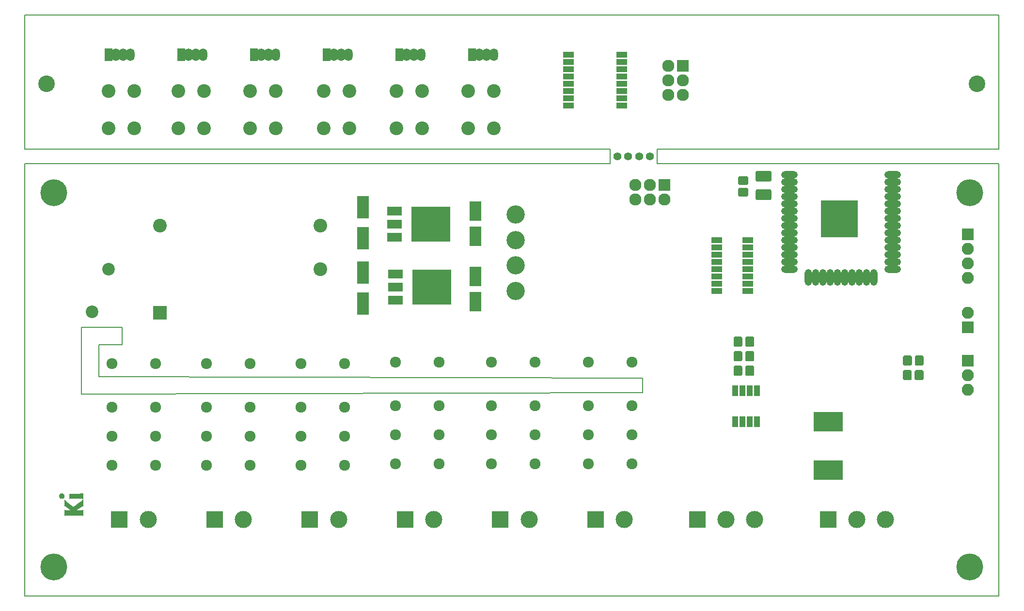
<source format=gbr>
%TF.GenerationSoftware,KiCad,Pcbnew,(5.0.0)*%
%TF.CreationDate,2018-09-13T00:45:38+01:00*%
%TF.ProjectId,AquaHub,417175614875622E6B696361645F7063,rev?*%
%TF.SameCoordinates,Original*%
%TF.FileFunction,Soldermask,Top*%
%TF.FilePolarity,Negative*%
%FSLAX46Y46*%
G04 Gerber Fmt 4.6, Leading zero omitted, Abs format (unit mm)*
G04 Created by KiCad (PCBNEW (5.0.0)) date 09/13/18 00:45:38*
%MOMM*%
%LPD*%
G01*
G04 APERTURE LIST*
%ADD10C,0.200000*%
%ADD11C,0.010000*%
%ADD12O,1.470000X2.200000*%
%ADD13R,1.470000X2.200000*%
%ADD14O,2.127200X2.127200*%
%ADD15R,2.127200X2.127200*%
%ADD16R,2.000000X3.400000*%
%ADD17C,0.150000*%
%ADD18C,1.900000*%
%ADD19C,2.200000*%
%ADD20R,2.600000X1.600000*%
%ADD21R,6.800000X6.200000*%
%ADD22R,1.900000X1.000000*%
%ADD23C,1.550000*%
%ADD24C,2.400000*%
%ADD25R,2.400000X2.400000*%
%ADD26O,2.100000X2.100000*%
%ADD27R,2.100000X2.100000*%
%ADD28C,1.924000*%
%ADD29R,1.000000X1.950000*%
%ADD30C,4.700000*%
%ADD31C,2.900000*%
%ADD32C,1.400000*%
%ADD33R,2.000000X3.900000*%
%ADD34C,3.000000*%
%ADD35R,3.000000X3.000000*%
%ADD36O,2.900000X1.300000*%
%ADD37O,1.300000X2.900000*%
%ADD38R,6.400000X6.400000*%
%ADD39C,3.200000*%
%ADD40R,5.150000X3.400000*%
G04 APERTURE END LIST*
D10*
X55118000Y-106680000D02*
X48006000Y-106680000D01*
X55118000Y-109728000D02*
X55118000Y-106680000D01*
X51054000Y-109728000D02*
X55118000Y-109728000D01*
X146050000Y-115570000D02*
X146050000Y-118110000D01*
X140335000Y-78105000D02*
X140335000Y-75565000D01*
X148590000Y-75565000D02*
X148590000Y-78105000D01*
X148590000Y-78105000D02*
X208280000Y-78105000D01*
X208280000Y-75565000D02*
X148590000Y-75565000D01*
X208280000Y-52070000D02*
X208280000Y-75565000D01*
X38100000Y-52070000D02*
X208280000Y-52070000D01*
X38100000Y-75565000D02*
X38100000Y-52070000D01*
X140335000Y-75565000D02*
X38100000Y-75565000D01*
X48006000Y-118364000D02*
X48006000Y-106680000D01*
X146050000Y-118110000D02*
X48006000Y-118364000D01*
X51054000Y-115316000D02*
X146050000Y-115570000D01*
X51054000Y-109728000D02*
X51054000Y-115316000D01*
X38100000Y-153670000D02*
X208280000Y-153670000D01*
X38100000Y-78105000D02*
X38100000Y-153670000D01*
X140335000Y-78105000D02*
X38100000Y-78105000D01*
X208280000Y-78105000D02*
X208280000Y-153670000D01*
D11*
G36*
X44080960Y-136029059D02*
X44147395Y-135911455D01*
X44250045Y-135817977D01*
X44336124Y-135774188D01*
X44474614Y-135743578D01*
X44612591Y-135752679D01*
X44734084Y-135800027D01*
X44752850Y-135812412D01*
X44840408Y-135902851D01*
X44900553Y-136021729D01*
X44930418Y-136154667D01*
X44927134Y-136287287D01*
X44887832Y-136405210D01*
X44875244Y-136425994D01*
X44796394Y-136508263D01*
X44687770Y-136576086D01*
X44570295Y-136618253D01*
X44500799Y-136626600D01*
X44391575Y-136607326D01*
X44277110Y-136556810D01*
X44178158Y-136486018D01*
X44129295Y-136430358D01*
X44068876Y-136298139D01*
X44053776Y-136161163D01*
X44080960Y-136029059D01*
X44080960Y-136029059D01*
G37*
X44080960Y-136029059D02*
X44147395Y-135911455D01*
X44250045Y-135817977D01*
X44336124Y-135774188D01*
X44474614Y-135743578D01*
X44612591Y-135752679D01*
X44734084Y-135800027D01*
X44752850Y-135812412D01*
X44840408Y-135902851D01*
X44900553Y-136021729D01*
X44930418Y-136154667D01*
X44927134Y-136287287D01*
X44887832Y-136405210D01*
X44875244Y-136425994D01*
X44796394Y-136508263D01*
X44687770Y-136576086D01*
X44570295Y-136618253D01*
X44500799Y-136626600D01*
X44391575Y-136607326D01*
X44277110Y-136556810D01*
X44178158Y-136486018D01*
X44129295Y-136430358D01*
X44068876Y-136298139D01*
X44053776Y-136161163D01*
X44080960Y-136029059D01*
G36*
X46947045Y-135788400D02*
X47218528Y-135788179D01*
X47443618Y-135787417D01*
X47626721Y-135785974D01*
X47772240Y-135783706D01*
X47884583Y-135780469D01*
X47968155Y-135776122D01*
X48027359Y-135770520D01*
X48066603Y-135763522D01*
X48090292Y-135754984D01*
X48096395Y-135751108D01*
X48133943Y-135724822D01*
X48162085Y-135714109D01*
X48182174Y-135724290D01*
X48195563Y-135760688D01*
X48203605Y-135828624D01*
X48207653Y-135933422D01*
X48209060Y-136080402D01*
X48209200Y-136194800D01*
X48208515Y-136345082D01*
X48206608Y-136476273D01*
X48203702Y-136580573D01*
X48200017Y-136650181D01*
X48195776Y-136677295D01*
X48195488Y-136677400D01*
X48166454Y-136666845D01*
X48109509Y-136640274D01*
X48082200Y-136626600D01*
X48054760Y-136613734D01*
X48024394Y-136603241D01*
X47985920Y-136594880D01*
X47934155Y-136588409D01*
X47863918Y-136583589D01*
X47770027Y-136580178D01*
X47647301Y-136577935D01*
X47490559Y-136576619D01*
X47294617Y-136575990D01*
X47054296Y-136575805D01*
X46989750Y-136575800D01*
X46732269Y-136576053D01*
X46520749Y-136576929D01*
X46350351Y-136578604D01*
X46216238Y-136581252D01*
X46113571Y-136585050D01*
X46037513Y-136590173D01*
X45983226Y-136596797D01*
X45945872Y-136605097D01*
X45921938Y-136614553D01*
X45847000Y-136653305D01*
X45847000Y-135788400D01*
X46947045Y-135788400D01*
X46947045Y-135788400D01*
G37*
X46947045Y-135788400D02*
X47218528Y-135788179D01*
X47443618Y-135787417D01*
X47626721Y-135785974D01*
X47772240Y-135783706D01*
X47884583Y-135780469D01*
X47968155Y-135776122D01*
X48027359Y-135770520D01*
X48066603Y-135763522D01*
X48090292Y-135754984D01*
X48096395Y-135751108D01*
X48133943Y-135724822D01*
X48162085Y-135714109D01*
X48182174Y-135724290D01*
X48195563Y-135760688D01*
X48203605Y-135828624D01*
X48207653Y-135933422D01*
X48209060Y-136080402D01*
X48209200Y-136194800D01*
X48208515Y-136345082D01*
X48206608Y-136476273D01*
X48203702Y-136580573D01*
X48200017Y-136650181D01*
X48195776Y-136677295D01*
X48195488Y-136677400D01*
X48166454Y-136666845D01*
X48109509Y-136640274D01*
X48082200Y-136626600D01*
X48054760Y-136613734D01*
X48024394Y-136603241D01*
X47985920Y-136594880D01*
X47934155Y-136588409D01*
X47863918Y-136583589D01*
X47770027Y-136580178D01*
X47647301Y-136577935D01*
X47490559Y-136576619D01*
X47294617Y-136575990D01*
X47054296Y-136575805D01*
X46989750Y-136575800D01*
X46732269Y-136576053D01*
X46520749Y-136576929D01*
X46350351Y-136578604D01*
X46216238Y-136581252D01*
X46113571Y-136585050D01*
X46037513Y-136590173D01*
X45983226Y-136596797D01*
X45945872Y-136605097D01*
X45921938Y-136614553D01*
X45847000Y-136653305D01*
X45847000Y-135788400D01*
X46947045Y-135788400D01*
G36*
X44983400Y-137371253D02*
X44983400Y-136825941D01*
X45184787Y-137024721D01*
X45547691Y-137354429D01*
X45821815Y-137568849D01*
X45925400Y-137647297D01*
X46045529Y-137741856D01*
X46169202Y-137841950D01*
X46283419Y-137937002D01*
X46375181Y-138016434D01*
X46402760Y-138041532D01*
X46490212Y-138122964D01*
X46581356Y-138053006D01*
X46770604Y-137917564D01*
X46910050Y-137830022D01*
X46992286Y-137775152D01*
X47071612Y-137713876D01*
X47077607Y-137708727D01*
X47160581Y-137639778D01*
X47263137Y-137559253D01*
X47373288Y-137476058D01*
X47479047Y-137399098D01*
X47568425Y-137337281D01*
X47625547Y-137301624D01*
X47678596Y-137266543D01*
X47757062Y-137208014D01*
X47848252Y-137136180D01*
X47939472Y-137061185D01*
X48018032Y-136993172D01*
X48057020Y-136956800D01*
X48083081Y-136932911D01*
X48130406Y-136890637D01*
X48139570Y-136882523D01*
X48209200Y-136820945D01*
X48209200Y-137947400D01*
X48130923Y-137947400D01*
X48054395Y-137964163D01*
X47949149Y-138011393D01*
X47823239Y-138084507D01*
X47684716Y-138178919D01*
X47570533Y-138266458D01*
X47478313Y-138337732D01*
X47387269Y-138403053D01*
X47314535Y-138450223D01*
X47303833Y-138456329D01*
X47237434Y-138496371D01*
X47189284Y-138531658D01*
X47180500Y-138540301D01*
X47141816Y-138574862D01*
X47085250Y-138615085D01*
X47037093Y-138652774D01*
X47015487Y-138683285D01*
X47015400Y-138684586D01*
X47040091Y-138693462D01*
X47111381Y-138700582D01*
X47225092Y-138705736D01*
X47377044Y-138708717D01*
X47511961Y-138709400D01*
X47691263Y-138708716D01*
X47827270Y-138706305D01*
X47927475Y-138701625D01*
X47999369Y-138694137D01*
X48050443Y-138683302D01*
X48088188Y-138668579D01*
X48089811Y-138667756D01*
X48149491Y-138632283D01*
X48187618Y-138600777D01*
X48189761Y-138597906D01*
X48195323Y-138613403D01*
X48200262Y-138672753D01*
X48204312Y-138769014D01*
X48207207Y-138895241D01*
X48208682Y-139044489D01*
X48208811Y-139096206D01*
X48209200Y-139622711D01*
X48139350Y-139593032D01*
X48080758Y-139564859D01*
X48045370Y-139542776D01*
X48016142Y-139538943D01*
X47940781Y-139535343D01*
X47823951Y-139532041D01*
X47670317Y-139529104D01*
X47484546Y-139526601D01*
X47271302Y-139524596D01*
X47035251Y-139523158D01*
X46781059Y-139522353D01*
X46609290Y-139522201D01*
X46305311Y-139522259D01*
X46047912Y-139522530D01*
X45832874Y-139523154D01*
X45655978Y-139524274D01*
X45513004Y-139526031D01*
X45399733Y-139528567D01*
X45311945Y-139532024D01*
X45245421Y-139536543D01*
X45195941Y-139542267D01*
X45159286Y-139549338D01*
X45131237Y-139557896D01*
X45107574Y-139568084D01*
X45097699Y-139573001D01*
X45035869Y-139603756D01*
X44996660Y-139621810D01*
X44990729Y-139623801D01*
X44988507Y-139599665D01*
X44986556Y-139532312D01*
X44984984Y-139429328D01*
X44983901Y-139298294D01*
X44983415Y-139146795D01*
X44983400Y-139113083D01*
X44983664Y-138939940D01*
X44984831Y-138811371D01*
X44987464Y-138721154D01*
X44992123Y-138663063D01*
X44999372Y-138630876D01*
X45009772Y-138618368D01*
X45023885Y-138619314D01*
X45027850Y-138620836D01*
X45116673Y-138654195D01*
X45205181Y-138678261D01*
X45304141Y-138694420D01*
X45424321Y-138704058D01*
X45576488Y-138708560D01*
X45716088Y-138709400D01*
X46135904Y-138709401D01*
X46062900Y-138633201D01*
X46012557Y-138585587D01*
X45975278Y-138559006D01*
X45968483Y-138557000D01*
X45942550Y-138541863D01*
X45889128Y-138502372D01*
X45819145Y-138447412D01*
X45743529Y-138385868D01*
X45673209Y-138326623D01*
X45619114Y-138278561D01*
X45593000Y-138251761D01*
X45565734Y-138229439D01*
X45509630Y-138191064D01*
X45466000Y-138163198D01*
X45378298Y-138104995D01*
X45291698Y-138042049D01*
X45263362Y-138019701D01*
X45196736Y-137974987D01*
X45135643Y-137949592D01*
X45119390Y-137947400D01*
X45075677Y-137946878D01*
X45042502Y-137941209D01*
X45018412Y-137924238D01*
X45001955Y-137889811D01*
X44991677Y-137831774D01*
X44986127Y-137743972D01*
X44983851Y-137620250D01*
X44983396Y-137454455D01*
X44983400Y-137371253D01*
X44983400Y-137371253D01*
G37*
X44983400Y-137371253D02*
X44983400Y-136825941D01*
X45184787Y-137024721D01*
X45547691Y-137354429D01*
X45821815Y-137568849D01*
X45925400Y-137647297D01*
X46045529Y-137741856D01*
X46169202Y-137841950D01*
X46283419Y-137937002D01*
X46375181Y-138016434D01*
X46402760Y-138041532D01*
X46490212Y-138122964D01*
X46581356Y-138053006D01*
X46770604Y-137917564D01*
X46910050Y-137830022D01*
X46992286Y-137775152D01*
X47071612Y-137713876D01*
X47077607Y-137708727D01*
X47160581Y-137639778D01*
X47263137Y-137559253D01*
X47373288Y-137476058D01*
X47479047Y-137399098D01*
X47568425Y-137337281D01*
X47625547Y-137301624D01*
X47678596Y-137266543D01*
X47757062Y-137208014D01*
X47848252Y-137136180D01*
X47939472Y-137061185D01*
X48018032Y-136993172D01*
X48057020Y-136956800D01*
X48083081Y-136932911D01*
X48130406Y-136890637D01*
X48139570Y-136882523D01*
X48209200Y-136820945D01*
X48209200Y-137947400D01*
X48130923Y-137947400D01*
X48054395Y-137964163D01*
X47949149Y-138011393D01*
X47823239Y-138084507D01*
X47684716Y-138178919D01*
X47570533Y-138266458D01*
X47478313Y-138337732D01*
X47387269Y-138403053D01*
X47314535Y-138450223D01*
X47303833Y-138456329D01*
X47237434Y-138496371D01*
X47189284Y-138531658D01*
X47180500Y-138540301D01*
X47141816Y-138574862D01*
X47085250Y-138615085D01*
X47037093Y-138652774D01*
X47015487Y-138683285D01*
X47015400Y-138684586D01*
X47040091Y-138693462D01*
X47111381Y-138700582D01*
X47225092Y-138705736D01*
X47377044Y-138708717D01*
X47511961Y-138709400D01*
X47691263Y-138708716D01*
X47827270Y-138706305D01*
X47927475Y-138701625D01*
X47999369Y-138694137D01*
X48050443Y-138683302D01*
X48088188Y-138668579D01*
X48089811Y-138667756D01*
X48149491Y-138632283D01*
X48187618Y-138600777D01*
X48189761Y-138597906D01*
X48195323Y-138613403D01*
X48200262Y-138672753D01*
X48204312Y-138769014D01*
X48207207Y-138895241D01*
X48208682Y-139044489D01*
X48208811Y-139096206D01*
X48209200Y-139622711D01*
X48139350Y-139593032D01*
X48080758Y-139564859D01*
X48045370Y-139542776D01*
X48016142Y-139538943D01*
X47940781Y-139535343D01*
X47823951Y-139532041D01*
X47670317Y-139529104D01*
X47484546Y-139526601D01*
X47271302Y-139524596D01*
X47035251Y-139523158D01*
X46781059Y-139522353D01*
X46609290Y-139522201D01*
X46305311Y-139522259D01*
X46047912Y-139522530D01*
X45832874Y-139523154D01*
X45655978Y-139524274D01*
X45513004Y-139526031D01*
X45399733Y-139528567D01*
X45311945Y-139532024D01*
X45245421Y-139536543D01*
X45195941Y-139542267D01*
X45159286Y-139549338D01*
X45131237Y-139557896D01*
X45107574Y-139568084D01*
X45097699Y-139573001D01*
X45035869Y-139603756D01*
X44996660Y-139621810D01*
X44990729Y-139623801D01*
X44988507Y-139599665D01*
X44986556Y-139532312D01*
X44984984Y-139429328D01*
X44983901Y-139298294D01*
X44983415Y-139146795D01*
X44983400Y-139113083D01*
X44983664Y-138939940D01*
X44984831Y-138811371D01*
X44987464Y-138721154D01*
X44992123Y-138663063D01*
X44999372Y-138630876D01*
X45009772Y-138618368D01*
X45023885Y-138619314D01*
X45027850Y-138620836D01*
X45116673Y-138654195D01*
X45205181Y-138678261D01*
X45304141Y-138694420D01*
X45424321Y-138704058D01*
X45576488Y-138708560D01*
X45716088Y-138709400D01*
X46135904Y-138709401D01*
X46062900Y-138633201D01*
X46012557Y-138585587D01*
X45975278Y-138559006D01*
X45968483Y-138557000D01*
X45942550Y-138541863D01*
X45889128Y-138502372D01*
X45819145Y-138447412D01*
X45743529Y-138385868D01*
X45673209Y-138326623D01*
X45619114Y-138278561D01*
X45593000Y-138251761D01*
X45565734Y-138229439D01*
X45509630Y-138191064D01*
X45466000Y-138163198D01*
X45378298Y-138104995D01*
X45291698Y-138042049D01*
X45263362Y-138019701D01*
X45196736Y-137974987D01*
X45135643Y-137949592D01*
X45119390Y-137947400D01*
X45075677Y-137946878D01*
X45042502Y-137941209D01*
X45018412Y-137924238D01*
X45001955Y-137889811D01*
X44991677Y-137831774D01*
X44986127Y-137743972D01*
X44983851Y-137620250D01*
X44983396Y-137454455D01*
X44983400Y-137371253D01*
D12*
X120015000Y-59055000D03*
X118745000Y-59055000D03*
X117475000Y-59055000D03*
D13*
X116205000Y-59055000D03*
D14*
X144780000Y-84328000D03*
X144780000Y-81788000D03*
X147320000Y-84328000D03*
X147320000Y-81788000D03*
X149860000Y-84328000D03*
D15*
X149860000Y-81788000D03*
D16*
X116840000Y-86405000D03*
X116840000Y-90805000D03*
D17*
G36*
X168221372Y-79315525D02*
X168252112Y-79320085D01*
X168282257Y-79327636D01*
X168311516Y-79338105D01*
X168339609Y-79351392D01*
X168366264Y-79367368D01*
X168391224Y-79385880D01*
X168414250Y-79406750D01*
X168435120Y-79429776D01*
X168453632Y-79454736D01*
X168469608Y-79481391D01*
X168482895Y-79509484D01*
X168493364Y-79538743D01*
X168500915Y-79568888D01*
X168505475Y-79599628D01*
X168507000Y-79630667D01*
X168507000Y-80897333D01*
X168505475Y-80928372D01*
X168500915Y-80959112D01*
X168493364Y-80989257D01*
X168482895Y-81018516D01*
X168469608Y-81046609D01*
X168453632Y-81073264D01*
X168435120Y-81098224D01*
X168414250Y-81121250D01*
X168391224Y-81142120D01*
X168366264Y-81160632D01*
X168339609Y-81176608D01*
X168311516Y-81189895D01*
X168282257Y-81200364D01*
X168252112Y-81207915D01*
X168221372Y-81212475D01*
X168190333Y-81214000D01*
X166073667Y-81214000D01*
X166042628Y-81212475D01*
X166011888Y-81207915D01*
X165981743Y-81200364D01*
X165952484Y-81189895D01*
X165924391Y-81176608D01*
X165897736Y-81160632D01*
X165872776Y-81142120D01*
X165849750Y-81121250D01*
X165828880Y-81098224D01*
X165810368Y-81073264D01*
X165794392Y-81046609D01*
X165781105Y-81018516D01*
X165770636Y-80989257D01*
X165763085Y-80959112D01*
X165758525Y-80928372D01*
X165757000Y-80897333D01*
X165757000Y-79630667D01*
X165758525Y-79599628D01*
X165763085Y-79568888D01*
X165770636Y-79538743D01*
X165781105Y-79509484D01*
X165794392Y-79481391D01*
X165810368Y-79454736D01*
X165828880Y-79429776D01*
X165849750Y-79406750D01*
X165872776Y-79385880D01*
X165897736Y-79367368D01*
X165924391Y-79351392D01*
X165952484Y-79338105D01*
X165981743Y-79327636D01*
X166011888Y-79320085D01*
X166042628Y-79315525D01*
X166073667Y-79314000D01*
X168190333Y-79314000D01*
X168221372Y-79315525D01*
X168221372Y-79315525D01*
G37*
D18*
X167132000Y-80264000D03*
D17*
G36*
X168221372Y-82565525D02*
X168252112Y-82570085D01*
X168282257Y-82577636D01*
X168311516Y-82588105D01*
X168339609Y-82601392D01*
X168366264Y-82617368D01*
X168391224Y-82635880D01*
X168414250Y-82656750D01*
X168435120Y-82679776D01*
X168453632Y-82704736D01*
X168469608Y-82731391D01*
X168482895Y-82759484D01*
X168493364Y-82788743D01*
X168500915Y-82818888D01*
X168505475Y-82849628D01*
X168507000Y-82880667D01*
X168507000Y-84147333D01*
X168505475Y-84178372D01*
X168500915Y-84209112D01*
X168493364Y-84239257D01*
X168482895Y-84268516D01*
X168469608Y-84296609D01*
X168453632Y-84323264D01*
X168435120Y-84348224D01*
X168414250Y-84371250D01*
X168391224Y-84392120D01*
X168366264Y-84410632D01*
X168339609Y-84426608D01*
X168311516Y-84439895D01*
X168282257Y-84450364D01*
X168252112Y-84457915D01*
X168221372Y-84462475D01*
X168190333Y-84464000D01*
X166073667Y-84464000D01*
X166042628Y-84462475D01*
X166011888Y-84457915D01*
X165981743Y-84450364D01*
X165952484Y-84439895D01*
X165924391Y-84426608D01*
X165897736Y-84410632D01*
X165872776Y-84392120D01*
X165849750Y-84371250D01*
X165828880Y-84348224D01*
X165810368Y-84323264D01*
X165794392Y-84296609D01*
X165781105Y-84268516D01*
X165770636Y-84239257D01*
X165763085Y-84209112D01*
X165758525Y-84178372D01*
X165757000Y-84147333D01*
X165757000Y-82880667D01*
X165758525Y-82849628D01*
X165763085Y-82818888D01*
X165770636Y-82788743D01*
X165781105Y-82759484D01*
X165794392Y-82731391D01*
X165810368Y-82704736D01*
X165828880Y-82679776D01*
X165849750Y-82656750D01*
X165872776Y-82635880D01*
X165897736Y-82617368D01*
X165924391Y-82601392D01*
X165952484Y-82588105D01*
X165981743Y-82577636D01*
X166011888Y-82570085D01*
X166042628Y-82565525D01*
X166073667Y-82564000D01*
X168190333Y-82564000D01*
X168221372Y-82565525D01*
X168221372Y-82565525D01*
G37*
D18*
X167132000Y-83514000D03*
D19*
X49805000Y-104020000D03*
X52705000Y-96520000D03*
D20*
X102870000Y-97415000D03*
X102870000Y-99695000D03*
X102870000Y-101975000D03*
D21*
X109170000Y-99695000D03*
D15*
X153035000Y-60960000D03*
D14*
X150495000Y-60960000D03*
X153035000Y-63500000D03*
X150495000Y-63500000D03*
X153035000Y-66040000D03*
X150495000Y-66040000D03*
D22*
X133067000Y-59055000D03*
X133067000Y-60325000D03*
X133067000Y-61595000D03*
X133067000Y-62865000D03*
X133067000Y-64135000D03*
X133067000Y-65405000D03*
X133067000Y-66675000D03*
X133067000Y-67945000D03*
X142367000Y-67945000D03*
X142367000Y-66675000D03*
X142367000Y-65405000D03*
X142367000Y-64135000D03*
X142367000Y-62865000D03*
X142367000Y-61595000D03*
X142367000Y-60325000D03*
X142367000Y-59055000D03*
D17*
G36*
X192749071Y-111623623D02*
X192781781Y-111628475D01*
X192813857Y-111636509D01*
X192844991Y-111647649D01*
X192874884Y-111661787D01*
X192903247Y-111678787D01*
X192929807Y-111698485D01*
X192954308Y-111720692D01*
X192976515Y-111745193D01*
X192996213Y-111771753D01*
X193013213Y-111800116D01*
X193027351Y-111830009D01*
X193038491Y-111861143D01*
X193046525Y-111893219D01*
X193051377Y-111925929D01*
X193053000Y-111958956D01*
X193053000Y-113085044D01*
X193051377Y-113118071D01*
X193046525Y-113150781D01*
X193038491Y-113182857D01*
X193027351Y-113213991D01*
X193013213Y-113243884D01*
X192996213Y-113272247D01*
X192976515Y-113298807D01*
X192954308Y-113323308D01*
X192929807Y-113345515D01*
X192903247Y-113365213D01*
X192874884Y-113382213D01*
X192844991Y-113396351D01*
X192813857Y-113407491D01*
X192781781Y-113415525D01*
X192749071Y-113420377D01*
X192716044Y-113422000D01*
X191839956Y-113422000D01*
X191806929Y-113420377D01*
X191774219Y-113415525D01*
X191742143Y-113407491D01*
X191711009Y-113396351D01*
X191681116Y-113382213D01*
X191652753Y-113365213D01*
X191626193Y-113345515D01*
X191601692Y-113323308D01*
X191579485Y-113298807D01*
X191559787Y-113272247D01*
X191542787Y-113243884D01*
X191528649Y-113213991D01*
X191517509Y-113182857D01*
X191509475Y-113150781D01*
X191504623Y-113118071D01*
X191503000Y-113085044D01*
X191503000Y-111958956D01*
X191504623Y-111925929D01*
X191509475Y-111893219D01*
X191517509Y-111861143D01*
X191528649Y-111830009D01*
X191542787Y-111800116D01*
X191559787Y-111771753D01*
X191579485Y-111745193D01*
X191601692Y-111720692D01*
X191626193Y-111698485D01*
X191652753Y-111678787D01*
X191681116Y-111661787D01*
X191711009Y-111647649D01*
X191742143Y-111636509D01*
X191774219Y-111628475D01*
X191806929Y-111623623D01*
X191839956Y-111622000D01*
X192716044Y-111622000D01*
X192749071Y-111623623D01*
X192749071Y-111623623D01*
G37*
D23*
X192278000Y-112522000D03*
D17*
G36*
X194799071Y-111623623D02*
X194831781Y-111628475D01*
X194863857Y-111636509D01*
X194894991Y-111647649D01*
X194924884Y-111661787D01*
X194953247Y-111678787D01*
X194979807Y-111698485D01*
X195004308Y-111720692D01*
X195026515Y-111745193D01*
X195046213Y-111771753D01*
X195063213Y-111800116D01*
X195077351Y-111830009D01*
X195088491Y-111861143D01*
X195096525Y-111893219D01*
X195101377Y-111925929D01*
X195103000Y-111958956D01*
X195103000Y-113085044D01*
X195101377Y-113118071D01*
X195096525Y-113150781D01*
X195088491Y-113182857D01*
X195077351Y-113213991D01*
X195063213Y-113243884D01*
X195046213Y-113272247D01*
X195026515Y-113298807D01*
X195004308Y-113323308D01*
X194979807Y-113345515D01*
X194953247Y-113365213D01*
X194924884Y-113382213D01*
X194894991Y-113396351D01*
X194863857Y-113407491D01*
X194831781Y-113415525D01*
X194799071Y-113420377D01*
X194766044Y-113422000D01*
X193889956Y-113422000D01*
X193856929Y-113420377D01*
X193824219Y-113415525D01*
X193792143Y-113407491D01*
X193761009Y-113396351D01*
X193731116Y-113382213D01*
X193702753Y-113365213D01*
X193676193Y-113345515D01*
X193651692Y-113323308D01*
X193629485Y-113298807D01*
X193609787Y-113272247D01*
X193592787Y-113243884D01*
X193578649Y-113213991D01*
X193567509Y-113182857D01*
X193559475Y-113150781D01*
X193554623Y-113118071D01*
X193553000Y-113085044D01*
X193553000Y-111958956D01*
X193554623Y-111925929D01*
X193559475Y-111893219D01*
X193567509Y-111861143D01*
X193578649Y-111830009D01*
X193592787Y-111800116D01*
X193609787Y-111771753D01*
X193629485Y-111745193D01*
X193651692Y-111720692D01*
X193676193Y-111698485D01*
X193702753Y-111678787D01*
X193731116Y-111661787D01*
X193761009Y-111647649D01*
X193792143Y-111636509D01*
X193824219Y-111628475D01*
X193856929Y-111623623D01*
X193889956Y-111622000D01*
X194766044Y-111622000D01*
X194799071Y-111623623D01*
X194799071Y-111623623D01*
G37*
D23*
X194328000Y-112522000D03*
D24*
X115515000Y-65405000D03*
X120015000Y-65405000D03*
X115515000Y-71905000D03*
X120015000Y-71905000D03*
X69365000Y-71905000D03*
X64865000Y-71905000D03*
X69365000Y-65405000D03*
X64865000Y-65405000D03*
X89708344Y-88927320D03*
X89707344Y-96547320D03*
X61720000Y-88927320D03*
D25*
X61720000Y-104140000D03*
D26*
X202819000Y-117602000D03*
X202819000Y-115062000D03*
D27*
X202819000Y-112522000D03*
D28*
X60960000Y-113030000D03*
X60960000Y-120650000D03*
X60960000Y-125730000D03*
X60960000Y-130810000D03*
X53340000Y-130810000D03*
X53340000Y-125730000D03*
X53340000Y-120650000D03*
X53340000Y-113030000D03*
X77470000Y-113030000D03*
X77470000Y-120650000D03*
X77470000Y-125730000D03*
X77470000Y-130810000D03*
X69850000Y-130810000D03*
X69850000Y-125730000D03*
X69850000Y-120650000D03*
X69850000Y-113030000D03*
X93980000Y-113030000D03*
X93980000Y-120650000D03*
X93980000Y-125730000D03*
X93980000Y-130810000D03*
X86360000Y-130810000D03*
X86360000Y-125730000D03*
X86360000Y-120650000D03*
X86360000Y-113030000D03*
X110490000Y-112776000D03*
X110490000Y-120396000D03*
X110490000Y-125476000D03*
X110490000Y-130556000D03*
X102870000Y-130556000D03*
X102870000Y-125476000D03*
X102870000Y-120396000D03*
X102870000Y-112776000D03*
X127254000Y-112776000D03*
X127254000Y-120396000D03*
X127254000Y-125476000D03*
X127254000Y-130556000D03*
X119634000Y-130556000D03*
X119634000Y-125476000D03*
X119634000Y-120396000D03*
X119634000Y-112776000D03*
X144145000Y-112776000D03*
X144145000Y-120396000D03*
X144145000Y-125476000D03*
X144145000Y-130556000D03*
X136525000Y-130556000D03*
X136525000Y-125476000D03*
X136525000Y-120396000D03*
X136525000Y-112776000D03*
D29*
X162187979Y-117809195D03*
X163457979Y-117809195D03*
X164727979Y-117809195D03*
X165997979Y-117809195D03*
X165997979Y-123209195D03*
X164727979Y-123209195D03*
X163457979Y-123209195D03*
X162187979Y-123209195D03*
D30*
X43180000Y-83185000D03*
X43180000Y-148590000D03*
X203200000Y-83185000D03*
X203200000Y-148590000D03*
D22*
X159004000Y-100330000D03*
X159004000Y-99060000D03*
X159004000Y-97790000D03*
X159004000Y-96520000D03*
X159004000Y-95250000D03*
X159004000Y-93980000D03*
X159004000Y-92710000D03*
X159004000Y-91440000D03*
X164404000Y-91440000D03*
X164404000Y-92710000D03*
X164404000Y-93980000D03*
X164404000Y-95250000D03*
X164404000Y-96520000D03*
X164404000Y-97790000D03*
X164404000Y-99060000D03*
X164404000Y-100330000D03*
D26*
X202819000Y-98044000D03*
X202819000Y-95504000D03*
X202819000Y-92964000D03*
D27*
X202819000Y-90424000D03*
D17*
G36*
X164172071Y-80252623D02*
X164204781Y-80257475D01*
X164236857Y-80265509D01*
X164267991Y-80276649D01*
X164297884Y-80290787D01*
X164326247Y-80307787D01*
X164352807Y-80327485D01*
X164377308Y-80349692D01*
X164399515Y-80374193D01*
X164419213Y-80400753D01*
X164436213Y-80429116D01*
X164450351Y-80459009D01*
X164461491Y-80490143D01*
X164469525Y-80522219D01*
X164474377Y-80554929D01*
X164476000Y-80587956D01*
X164476000Y-81464044D01*
X164474377Y-81497071D01*
X164469525Y-81529781D01*
X164461491Y-81561857D01*
X164450351Y-81592991D01*
X164436213Y-81622884D01*
X164419213Y-81651247D01*
X164399515Y-81677807D01*
X164377308Y-81702308D01*
X164352807Y-81724515D01*
X164326247Y-81744213D01*
X164297884Y-81761213D01*
X164267991Y-81775351D01*
X164236857Y-81786491D01*
X164204781Y-81794525D01*
X164172071Y-81799377D01*
X164139044Y-81801000D01*
X163012956Y-81801000D01*
X162979929Y-81799377D01*
X162947219Y-81794525D01*
X162915143Y-81786491D01*
X162884009Y-81775351D01*
X162854116Y-81761213D01*
X162825753Y-81744213D01*
X162799193Y-81724515D01*
X162774692Y-81702308D01*
X162752485Y-81677807D01*
X162732787Y-81651247D01*
X162715787Y-81622884D01*
X162701649Y-81592991D01*
X162690509Y-81561857D01*
X162682475Y-81529781D01*
X162677623Y-81497071D01*
X162676000Y-81464044D01*
X162676000Y-80587956D01*
X162677623Y-80554929D01*
X162682475Y-80522219D01*
X162690509Y-80490143D01*
X162701649Y-80459009D01*
X162715787Y-80429116D01*
X162732787Y-80400753D01*
X162752485Y-80374193D01*
X162774692Y-80349692D01*
X162799193Y-80327485D01*
X162825753Y-80307787D01*
X162854116Y-80290787D01*
X162884009Y-80276649D01*
X162915143Y-80265509D01*
X162947219Y-80257475D01*
X162979929Y-80252623D01*
X163012956Y-80251000D01*
X164139044Y-80251000D01*
X164172071Y-80252623D01*
X164172071Y-80252623D01*
G37*
D23*
X163576000Y-81026000D03*
D17*
G36*
X164172071Y-82302623D02*
X164204781Y-82307475D01*
X164236857Y-82315509D01*
X164267991Y-82326649D01*
X164297884Y-82340787D01*
X164326247Y-82357787D01*
X164352807Y-82377485D01*
X164377308Y-82399692D01*
X164399515Y-82424193D01*
X164419213Y-82450753D01*
X164436213Y-82479116D01*
X164450351Y-82509009D01*
X164461491Y-82540143D01*
X164469525Y-82572219D01*
X164474377Y-82604929D01*
X164476000Y-82637956D01*
X164476000Y-83514044D01*
X164474377Y-83547071D01*
X164469525Y-83579781D01*
X164461491Y-83611857D01*
X164450351Y-83642991D01*
X164436213Y-83672884D01*
X164419213Y-83701247D01*
X164399515Y-83727807D01*
X164377308Y-83752308D01*
X164352807Y-83774515D01*
X164326247Y-83794213D01*
X164297884Y-83811213D01*
X164267991Y-83825351D01*
X164236857Y-83836491D01*
X164204781Y-83844525D01*
X164172071Y-83849377D01*
X164139044Y-83851000D01*
X163012956Y-83851000D01*
X162979929Y-83849377D01*
X162947219Y-83844525D01*
X162915143Y-83836491D01*
X162884009Y-83825351D01*
X162854116Y-83811213D01*
X162825753Y-83794213D01*
X162799193Y-83774515D01*
X162774692Y-83752308D01*
X162752485Y-83727807D01*
X162732787Y-83701247D01*
X162715787Y-83672884D01*
X162701649Y-83642991D01*
X162690509Y-83611857D01*
X162682475Y-83579781D01*
X162677623Y-83547071D01*
X162676000Y-83514044D01*
X162676000Y-82637956D01*
X162677623Y-82604929D01*
X162682475Y-82572219D01*
X162690509Y-82540143D01*
X162701649Y-82509009D01*
X162715787Y-82479116D01*
X162732787Y-82450753D01*
X162752485Y-82424193D01*
X162774692Y-82399692D01*
X162799193Y-82377485D01*
X162825753Y-82357787D01*
X162854116Y-82340787D01*
X162884009Y-82326649D01*
X162915143Y-82315509D01*
X162947219Y-82307475D01*
X162979929Y-82302623D01*
X163012956Y-82301000D01*
X164139044Y-82301000D01*
X164172071Y-82302623D01*
X164172071Y-82302623D01*
G37*
D23*
X163576000Y-83076000D03*
D17*
G36*
X165190071Y-108321623D02*
X165222781Y-108326475D01*
X165254857Y-108334509D01*
X165285991Y-108345649D01*
X165315884Y-108359787D01*
X165344247Y-108376787D01*
X165370807Y-108396485D01*
X165395308Y-108418692D01*
X165417515Y-108443193D01*
X165437213Y-108469753D01*
X165454213Y-108498116D01*
X165468351Y-108528009D01*
X165479491Y-108559143D01*
X165487525Y-108591219D01*
X165492377Y-108623929D01*
X165494000Y-108656956D01*
X165494000Y-109783044D01*
X165492377Y-109816071D01*
X165487525Y-109848781D01*
X165479491Y-109880857D01*
X165468351Y-109911991D01*
X165454213Y-109941884D01*
X165437213Y-109970247D01*
X165417515Y-109996807D01*
X165395308Y-110021308D01*
X165370807Y-110043515D01*
X165344247Y-110063213D01*
X165315884Y-110080213D01*
X165285991Y-110094351D01*
X165254857Y-110105491D01*
X165222781Y-110113525D01*
X165190071Y-110118377D01*
X165157044Y-110120000D01*
X164280956Y-110120000D01*
X164247929Y-110118377D01*
X164215219Y-110113525D01*
X164183143Y-110105491D01*
X164152009Y-110094351D01*
X164122116Y-110080213D01*
X164093753Y-110063213D01*
X164067193Y-110043515D01*
X164042692Y-110021308D01*
X164020485Y-109996807D01*
X164000787Y-109970247D01*
X163983787Y-109941884D01*
X163969649Y-109911991D01*
X163958509Y-109880857D01*
X163950475Y-109848781D01*
X163945623Y-109816071D01*
X163944000Y-109783044D01*
X163944000Y-108656956D01*
X163945623Y-108623929D01*
X163950475Y-108591219D01*
X163958509Y-108559143D01*
X163969649Y-108528009D01*
X163983787Y-108498116D01*
X164000787Y-108469753D01*
X164020485Y-108443193D01*
X164042692Y-108418692D01*
X164067193Y-108396485D01*
X164093753Y-108376787D01*
X164122116Y-108359787D01*
X164152009Y-108345649D01*
X164183143Y-108334509D01*
X164215219Y-108326475D01*
X164247929Y-108321623D01*
X164280956Y-108320000D01*
X165157044Y-108320000D01*
X165190071Y-108321623D01*
X165190071Y-108321623D01*
G37*
D23*
X164719000Y-109220000D03*
D17*
G36*
X163140071Y-108321623D02*
X163172781Y-108326475D01*
X163204857Y-108334509D01*
X163235991Y-108345649D01*
X163265884Y-108359787D01*
X163294247Y-108376787D01*
X163320807Y-108396485D01*
X163345308Y-108418692D01*
X163367515Y-108443193D01*
X163387213Y-108469753D01*
X163404213Y-108498116D01*
X163418351Y-108528009D01*
X163429491Y-108559143D01*
X163437525Y-108591219D01*
X163442377Y-108623929D01*
X163444000Y-108656956D01*
X163444000Y-109783044D01*
X163442377Y-109816071D01*
X163437525Y-109848781D01*
X163429491Y-109880857D01*
X163418351Y-109911991D01*
X163404213Y-109941884D01*
X163387213Y-109970247D01*
X163367515Y-109996807D01*
X163345308Y-110021308D01*
X163320807Y-110043515D01*
X163294247Y-110063213D01*
X163265884Y-110080213D01*
X163235991Y-110094351D01*
X163204857Y-110105491D01*
X163172781Y-110113525D01*
X163140071Y-110118377D01*
X163107044Y-110120000D01*
X162230956Y-110120000D01*
X162197929Y-110118377D01*
X162165219Y-110113525D01*
X162133143Y-110105491D01*
X162102009Y-110094351D01*
X162072116Y-110080213D01*
X162043753Y-110063213D01*
X162017193Y-110043515D01*
X161992692Y-110021308D01*
X161970485Y-109996807D01*
X161950787Y-109970247D01*
X161933787Y-109941884D01*
X161919649Y-109911991D01*
X161908509Y-109880857D01*
X161900475Y-109848781D01*
X161895623Y-109816071D01*
X161894000Y-109783044D01*
X161894000Y-108656956D01*
X161895623Y-108623929D01*
X161900475Y-108591219D01*
X161908509Y-108559143D01*
X161919649Y-108528009D01*
X161933787Y-108498116D01*
X161950787Y-108469753D01*
X161970485Y-108443193D01*
X161992692Y-108418692D01*
X162017193Y-108396485D01*
X162043753Y-108376787D01*
X162072116Y-108359787D01*
X162102009Y-108345649D01*
X162133143Y-108334509D01*
X162165219Y-108326475D01*
X162197929Y-108321623D01*
X162230956Y-108320000D01*
X163107044Y-108320000D01*
X163140071Y-108321623D01*
X163140071Y-108321623D01*
G37*
D23*
X162669000Y-109220000D03*
D17*
G36*
X165190071Y-113401623D02*
X165222781Y-113406475D01*
X165254857Y-113414509D01*
X165285991Y-113425649D01*
X165315884Y-113439787D01*
X165344247Y-113456787D01*
X165370807Y-113476485D01*
X165395308Y-113498692D01*
X165417515Y-113523193D01*
X165437213Y-113549753D01*
X165454213Y-113578116D01*
X165468351Y-113608009D01*
X165479491Y-113639143D01*
X165487525Y-113671219D01*
X165492377Y-113703929D01*
X165494000Y-113736956D01*
X165494000Y-114863044D01*
X165492377Y-114896071D01*
X165487525Y-114928781D01*
X165479491Y-114960857D01*
X165468351Y-114991991D01*
X165454213Y-115021884D01*
X165437213Y-115050247D01*
X165417515Y-115076807D01*
X165395308Y-115101308D01*
X165370807Y-115123515D01*
X165344247Y-115143213D01*
X165315884Y-115160213D01*
X165285991Y-115174351D01*
X165254857Y-115185491D01*
X165222781Y-115193525D01*
X165190071Y-115198377D01*
X165157044Y-115200000D01*
X164280956Y-115200000D01*
X164247929Y-115198377D01*
X164215219Y-115193525D01*
X164183143Y-115185491D01*
X164152009Y-115174351D01*
X164122116Y-115160213D01*
X164093753Y-115143213D01*
X164067193Y-115123515D01*
X164042692Y-115101308D01*
X164020485Y-115076807D01*
X164000787Y-115050247D01*
X163983787Y-115021884D01*
X163969649Y-114991991D01*
X163958509Y-114960857D01*
X163950475Y-114928781D01*
X163945623Y-114896071D01*
X163944000Y-114863044D01*
X163944000Y-113736956D01*
X163945623Y-113703929D01*
X163950475Y-113671219D01*
X163958509Y-113639143D01*
X163969649Y-113608009D01*
X163983787Y-113578116D01*
X164000787Y-113549753D01*
X164020485Y-113523193D01*
X164042692Y-113498692D01*
X164067193Y-113476485D01*
X164093753Y-113456787D01*
X164122116Y-113439787D01*
X164152009Y-113425649D01*
X164183143Y-113414509D01*
X164215219Y-113406475D01*
X164247929Y-113401623D01*
X164280956Y-113400000D01*
X165157044Y-113400000D01*
X165190071Y-113401623D01*
X165190071Y-113401623D01*
G37*
D23*
X164719000Y-114300000D03*
D17*
G36*
X163140071Y-113401623D02*
X163172781Y-113406475D01*
X163204857Y-113414509D01*
X163235991Y-113425649D01*
X163265884Y-113439787D01*
X163294247Y-113456787D01*
X163320807Y-113476485D01*
X163345308Y-113498692D01*
X163367515Y-113523193D01*
X163387213Y-113549753D01*
X163404213Y-113578116D01*
X163418351Y-113608009D01*
X163429491Y-113639143D01*
X163437525Y-113671219D01*
X163442377Y-113703929D01*
X163444000Y-113736956D01*
X163444000Y-114863044D01*
X163442377Y-114896071D01*
X163437525Y-114928781D01*
X163429491Y-114960857D01*
X163418351Y-114991991D01*
X163404213Y-115021884D01*
X163387213Y-115050247D01*
X163367515Y-115076807D01*
X163345308Y-115101308D01*
X163320807Y-115123515D01*
X163294247Y-115143213D01*
X163265884Y-115160213D01*
X163235991Y-115174351D01*
X163204857Y-115185491D01*
X163172781Y-115193525D01*
X163140071Y-115198377D01*
X163107044Y-115200000D01*
X162230956Y-115200000D01*
X162197929Y-115198377D01*
X162165219Y-115193525D01*
X162133143Y-115185491D01*
X162102009Y-115174351D01*
X162072116Y-115160213D01*
X162043753Y-115143213D01*
X162017193Y-115123515D01*
X161992692Y-115101308D01*
X161970485Y-115076807D01*
X161950787Y-115050247D01*
X161933787Y-115021884D01*
X161919649Y-114991991D01*
X161908509Y-114960857D01*
X161900475Y-114928781D01*
X161895623Y-114896071D01*
X161894000Y-114863044D01*
X161894000Y-113736956D01*
X161895623Y-113703929D01*
X161900475Y-113671219D01*
X161908509Y-113639143D01*
X161919649Y-113608009D01*
X161933787Y-113578116D01*
X161950787Y-113549753D01*
X161970485Y-113523193D01*
X161992692Y-113498692D01*
X162017193Y-113476485D01*
X162043753Y-113456787D01*
X162072116Y-113439787D01*
X162102009Y-113425649D01*
X162133143Y-113414509D01*
X162165219Y-113406475D01*
X162197929Y-113401623D01*
X162230956Y-113400000D01*
X163107044Y-113400000D01*
X163140071Y-113401623D01*
X163140071Y-113401623D01*
G37*
D23*
X162669000Y-114300000D03*
D17*
G36*
X165190071Y-110861623D02*
X165222781Y-110866475D01*
X165254857Y-110874509D01*
X165285991Y-110885649D01*
X165315884Y-110899787D01*
X165344247Y-110916787D01*
X165370807Y-110936485D01*
X165395308Y-110958692D01*
X165417515Y-110983193D01*
X165437213Y-111009753D01*
X165454213Y-111038116D01*
X165468351Y-111068009D01*
X165479491Y-111099143D01*
X165487525Y-111131219D01*
X165492377Y-111163929D01*
X165494000Y-111196956D01*
X165494000Y-112323044D01*
X165492377Y-112356071D01*
X165487525Y-112388781D01*
X165479491Y-112420857D01*
X165468351Y-112451991D01*
X165454213Y-112481884D01*
X165437213Y-112510247D01*
X165417515Y-112536807D01*
X165395308Y-112561308D01*
X165370807Y-112583515D01*
X165344247Y-112603213D01*
X165315884Y-112620213D01*
X165285991Y-112634351D01*
X165254857Y-112645491D01*
X165222781Y-112653525D01*
X165190071Y-112658377D01*
X165157044Y-112660000D01*
X164280956Y-112660000D01*
X164247929Y-112658377D01*
X164215219Y-112653525D01*
X164183143Y-112645491D01*
X164152009Y-112634351D01*
X164122116Y-112620213D01*
X164093753Y-112603213D01*
X164067193Y-112583515D01*
X164042692Y-112561308D01*
X164020485Y-112536807D01*
X164000787Y-112510247D01*
X163983787Y-112481884D01*
X163969649Y-112451991D01*
X163958509Y-112420857D01*
X163950475Y-112388781D01*
X163945623Y-112356071D01*
X163944000Y-112323044D01*
X163944000Y-111196956D01*
X163945623Y-111163929D01*
X163950475Y-111131219D01*
X163958509Y-111099143D01*
X163969649Y-111068009D01*
X163983787Y-111038116D01*
X164000787Y-111009753D01*
X164020485Y-110983193D01*
X164042692Y-110958692D01*
X164067193Y-110936485D01*
X164093753Y-110916787D01*
X164122116Y-110899787D01*
X164152009Y-110885649D01*
X164183143Y-110874509D01*
X164215219Y-110866475D01*
X164247929Y-110861623D01*
X164280956Y-110860000D01*
X165157044Y-110860000D01*
X165190071Y-110861623D01*
X165190071Y-110861623D01*
G37*
D23*
X164719000Y-111760000D03*
D17*
G36*
X163140071Y-110861623D02*
X163172781Y-110866475D01*
X163204857Y-110874509D01*
X163235991Y-110885649D01*
X163265884Y-110899787D01*
X163294247Y-110916787D01*
X163320807Y-110936485D01*
X163345308Y-110958692D01*
X163367515Y-110983193D01*
X163387213Y-111009753D01*
X163404213Y-111038116D01*
X163418351Y-111068009D01*
X163429491Y-111099143D01*
X163437525Y-111131219D01*
X163442377Y-111163929D01*
X163444000Y-111196956D01*
X163444000Y-112323044D01*
X163442377Y-112356071D01*
X163437525Y-112388781D01*
X163429491Y-112420857D01*
X163418351Y-112451991D01*
X163404213Y-112481884D01*
X163387213Y-112510247D01*
X163367515Y-112536807D01*
X163345308Y-112561308D01*
X163320807Y-112583515D01*
X163294247Y-112603213D01*
X163265884Y-112620213D01*
X163235991Y-112634351D01*
X163204857Y-112645491D01*
X163172781Y-112653525D01*
X163140071Y-112658377D01*
X163107044Y-112660000D01*
X162230956Y-112660000D01*
X162197929Y-112658377D01*
X162165219Y-112653525D01*
X162133143Y-112645491D01*
X162102009Y-112634351D01*
X162072116Y-112620213D01*
X162043753Y-112603213D01*
X162017193Y-112583515D01*
X161992692Y-112561308D01*
X161970485Y-112536807D01*
X161950787Y-112510247D01*
X161933787Y-112481884D01*
X161919649Y-112451991D01*
X161908509Y-112420857D01*
X161900475Y-112388781D01*
X161895623Y-112356071D01*
X161894000Y-112323044D01*
X161894000Y-111196956D01*
X161895623Y-111163929D01*
X161900475Y-111131219D01*
X161908509Y-111099143D01*
X161919649Y-111068009D01*
X161933787Y-111038116D01*
X161950787Y-111009753D01*
X161970485Y-110983193D01*
X161992692Y-110958692D01*
X162017193Y-110936485D01*
X162043753Y-110916787D01*
X162072116Y-110899787D01*
X162102009Y-110885649D01*
X162133143Y-110874509D01*
X162165219Y-110866475D01*
X162197929Y-110861623D01*
X162230956Y-110860000D01*
X163107044Y-110860000D01*
X163140071Y-110861623D01*
X163140071Y-110861623D01*
G37*
D23*
X162669000Y-111760000D03*
D17*
G36*
X194781071Y-114163623D02*
X194813781Y-114168475D01*
X194845857Y-114176509D01*
X194876991Y-114187649D01*
X194906884Y-114201787D01*
X194935247Y-114218787D01*
X194961807Y-114238485D01*
X194986308Y-114260692D01*
X195008515Y-114285193D01*
X195028213Y-114311753D01*
X195045213Y-114340116D01*
X195059351Y-114370009D01*
X195070491Y-114401143D01*
X195078525Y-114433219D01*
X195083377Y-114465929D01*
X195085000Y-114498956D01*
X195085000Y-115625044D01*
X195083377Y-115658071D01*
X195078525Y-115690781D01*
X195070491Y-115722857D01*
X195059351Y-115753991D01*
X195045213Y-115783884D01*
X195028213Y-115812247D01*
X195008515Y-115838807D01*
X194986308Y-115863308D01*
X194961807Y-115885515D01*
X194935247Y-115905213D01*
X194906884Y-115922213D01*
X194876991Y-115936351D01*
X194845857Y-115947491D01*
X194813781Y-115955525D01*
X194781071Y-115960377D01*
X194748044Y-115962000D01*
X193871956Y-115962000D01*
X193838929Y-115960377D01*
X193806219Y-115955525D01*
X193774143Y-115947491D01*
X193743009Y-115936351D01*
X193713116Y-115922213D01*
X193684753Y-115905213D01*
X193658193Y-115885515D01*
X193633692Y-115863308D01*
X193611485Y-115838807D01*
X193591787Y-115812247D01*
X193574787Y-115783884D01*
X193560649Y-115753991D01*
X193549509Y-115722857D01*
X193541475Y-115690781D01*
X193536623Y-115658071D01*
X193535000Y-115625044D01*
X193535000Y-114498956D01*
X193536623Y-114465929D01*
X193541475Y-114433219D01*
X193549509Y-114401143D01*
X193560649Y-114370009D01*
X193574787Y-114340116D01*
X193591787Y-114311753D01*
X193611485Y-114285193D01*
X193633692Y-114260692D01*
X193658193Y-114238485D01*
X193684753Y-114218787D01*
X193713116Y-114201787D01*
X193743009Y-114187649D01*
X193774143Y-114176509D01*
X193806219Y-114168475D01*
X193838929Y-114163623D01*
X193871956Y-114162000D01*
X194748044Y-114162000D01*
X194781071Y-114163623D01*
X194781071Y-114163623D01*
G37*
D23*
X194310000Y-115062000D03*
D17*
G36*
X192731071Y-114163623D02*
X192763781Y-114168475D01*
X192795857Y-114176509D01*
X192826991Y-114187649D01*
X192856884Y-114201787D01*
X192885247Y-114218787D01*
X192911807Y-114238485D01*
X192936308Y-114260692D01*
X192958515Y-114285193D01*
X192978213Y-114311753D01*
X192995213Y-114340116D01*
X193009351Y-114370009D01*
X193020491Y-114401143D01*
X193028525Y-114433219D01*
X193033377Y-114465929D01*
X193035000Y-114498956D01*
X193035000Y-115625044D01*
X193033377Y-115658071D01*
X193028525Y-115690781D01*
X193020491Y-115722857D01*
X193009351Y-115753991D01*
X192995213Y-115783884D01*
X192978213Y-115812247D01*
X192958515Y-115838807D01*
X192936308Y-115863308D01*
X192911807Y-115885515D01*
X192885247Y-115905213D01*
X192856884Y-115922213D01*
X192826991Y-115936351D01*
X192795857Y-115947491D01*
X192763781Y-115955525D01*
X192731071Y-115960377D01*
X192698044Y-115962000D01*
X191821956Y-115962000D01*
X191788929Y-115960377D01*
X191756219Y-115955525D01*
X191724143Y-115947491D01*
X191693009Y-115936351D01*
X191663116Y-115922213D01*
X191634753Y-115905213D01*
X191608193Y-115885515D01*
X191583692Y-115863308D01*
X191561485Y-115838807D01*
X191541787Y-115812247D01*
X191524787Y-115783884D01*
X191510649Y-115753991D01*
X191499509Y-115722857D01*
X191491475Y-115690781D01*
X191486623Y-115658071D01*
X191485000Y-115625044D01*
X191485000Y-114498956D01*
X191486623Y-114465929D01*
X191491475Y-114433219D01*
X191499509Y-114401143D01*
X191510649Y-114370009D01*
X191524787Y-114340116D01*
X191541787Y-114311753D01*
X191561485Y-114285193D01*
X191583692Y-114260692D01*
X191608193Y-114238485D01*
X191634753Y-114218787D01*
X191663116Y-114201787D01*
X191693009Y-114187649D01*
X191724143Y-114176509D01*
X191756219Y-114168475D01*
X191788929Y-114163623D01*
X191821956Y-114162000D01*
X192698044Y-114162000D01*
X192731071Y-114163623D01*
X192731071Y-114163623D01*
G37*
D23*
X192260000Y-115062000D03*
D12*
X107315000Y-59055000D03*
X106045000Y-59055000D03*
X104775000Y-59055000D03*
D13*
X103505000Y-59055000D03*
D12*
X94615000Y-59055000D03*
X93345000Y-59055000D03*
X92075000Y-59055000D03*
D13*
X90805000Y-59055000D03*
D12*
X81915000Y-59055000D03*
X80645000Y-59055000D03*
X79375000Y-59055000D03*
D13*
X78105000Y-59055000D03*
D12*
X69215000Y-59055000D03*
X67945000Y-59055000D03*
X66675000Y-59055000D03*
D13*
X65405000Y-59055000D03*
D12*
X56515000Y-59055000D03*
X55245000Y-59055000D03*
X53975000Y-59055000D03*
D13*
X52705000Y-59055000D03*
D31*
X204470000Y-64135000D03*
X41910000Y-64135000D03*
D24*
X102965000Y-65405000D03*
X107465000Y-65405000D03*
X102965000Y-71905000D03*
X107465000Y-71905000D03*
X94765000Y-71905000D03*
X90265000Y-71905000D03*
X94765000Y-65405000D03*
X90265000Y-65405000D03*
X77415000Y-65405000D03*
X81915000Y-65405000D03*
X77415000Y-71905000D03*
X81915000Y-71905000D03*
X57205000Y-71905000D03*
X52705000Y-71905000D03*
X57205000Y-65405000D03*
X52705000Y-65405000D03*
D32*
X147320000Y-76835000D03*
X145415000Y-76835000D03*
X143510000Y-76835000D03*
X141605000Y-76835000D03*
D33*
X97155000Y-85725000D03*
X97155000Y-91125000D03*
X97155000Y-102555000D03*
X97155000Y-97155000D03*
D16*
X116840000Y-102235000D03*
X116840000Y-97835000D03*
D21*
X108990000Y-88645000D03*
D20*
X102690000Y-90925000D03*
X102690000Y-88645000D03*
X102690000Y-86365000D03*
D34*
X92884000Y-140335000D03*
D35*
X87884000Y-140335000D03*
X104521000Y-140335000D03*
D34*
X109521000Y-140335000D03*
X126158000Y-140335000D03*
D35*
X121158000Y-140335000D03*
D34*
X59610000Y-140335000D03*
D35*
X54610000Y-140335000D03*
X178435000Y-140335000D03*
D34*
X183435000Y-140335000D03*
X188435000Y-140335000D03*
D36*
X189704000Y-80010000D03*
X189704000Y-81280000D03*
X189704000Y-82550000D03*
X189704000Y-83820000D03*
X189704000Y-85090000D03*
X189704000Y-86360000D03*
X189704000Y-87630000D03*
X189704000Y-88900000D03*
X189704000Y-90170000D03*
X189704000Y-91440000D03*
X189704000Y-92710000D03*
X189704000Y-93980000D03*
X189704000Y-95250000D03*
X189704000Y-96520000D03*
D37*
X186419000Y-98010000D03*
X185149000Y-98010000D03*
X183879000Y-98010000D03*
X182609000Y-98010000D03*
X181339000Y-98010000D03*
X180069000Y-98010000D03*
X178799000Y-98010000D03*
X177529000Y-98010000D03*
X176259000Y-98010000D03*
X174989000Y-98010000D03*
D36*
X171704000Y-96520000D03*
X171704000Y-95250000D03*
X171704000Y-93980000D03*
X171704000Y-92710000D03*
X171704000Y-91440000D03*
X171704000Y-90170000D03*
X171704000Y-88900000D03*
X171704000Y-87630000D03*
X171704000Y-86360000D03*
X171704000Y-85090000D03*
X171704000Y-83820000D03*
X171704000Y-82550000D03*
X171704000Y-81280000D03*
X171704000Y-80010000D03*
D38*
X180404000Y-87710000D03*
D34*
X76247000Y-140335000D03*
D35*
X71247000Y-140335000D03*
X137795000Y-140335000D03*
D34*
X142795000Y-140335000D03*
D35*
X155575000Y-140335000D03*
D34*
X160575000Y-140335000D03*
X165575000Y-140335000D03*
D27*
X202819000Y-106680000D03*
D26*
X202819000Y-104140000D03*
D39*
X123825000Y-95885000D03*
X123825000Y-91440000D03*
X123825000Y-86995000D03*
X123825000Y-100330000D03*
D40*
X178435000Y-123190000D03*
X178435000Y-131690000D03*
M02*

</source>
